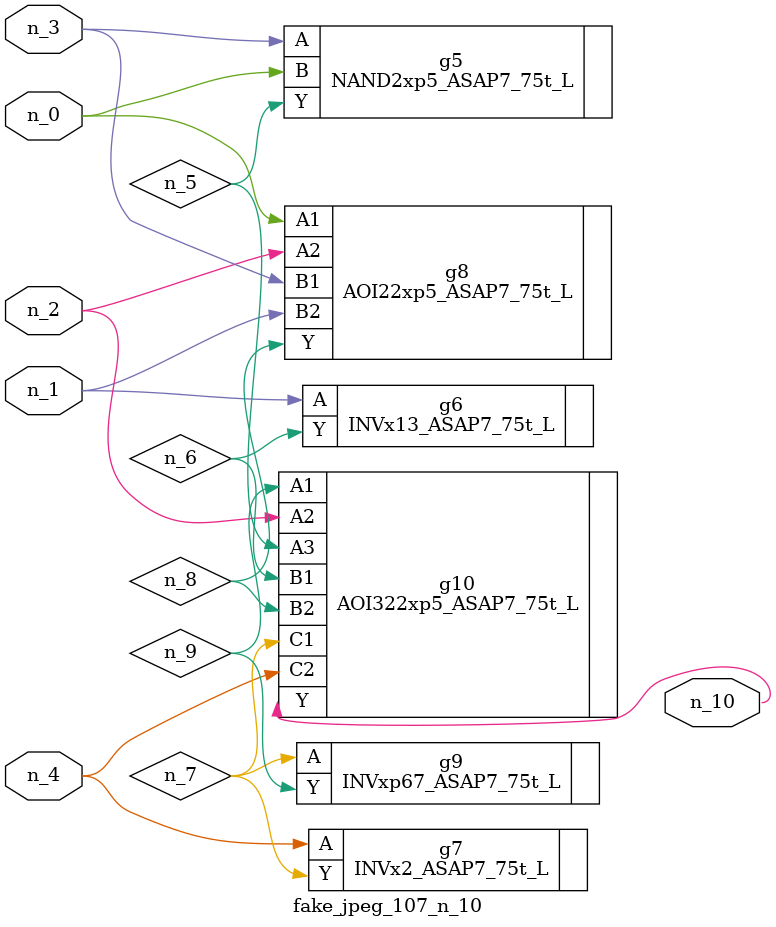
<source format=v>
module fake_jpeg_107_n_10 (n_3, n_2, n_1, n_0, n_4, n_10);

input n_3;
input n_2;
input n_1;
input n_0;
input n_4;

output n_10;

wire n_8;
wire n_9;
wire n_6;
wire n_5;
wire n_7;

NAND2xp5_ASAP7_75t_L g5 ( 
.A(n_3),
.B(n_0),
.Y(n_5)
);

INVx13_ASAP7_75t_L g6 ( 
.A(n_1),
.Y(n_6)
);

INVx2_ASAP7_75t_L g7 ( 
.A(n_4),
.Y(n_7)
);

AOI22xp5_ASAP7_75t_L g8 ( 
.A1(n_0),
.A2(n_2),
.B1(n_3),
.B2(n_1),
.Y(n_8)
);

INVxp67_ASAP7_75t_L g9 ( 
.A(n_7),
.Y(n_9)
);

AOI322xp5_ASAP7_75t_L g10 ( 
.A1(n_9),
.A2(n_2),
.A3(n_5),
.B1(n_6),
.B2(n_8),
.C1(n_7),
.C2(n_4),
.Y(n_10)
);


endmodule
</source>
